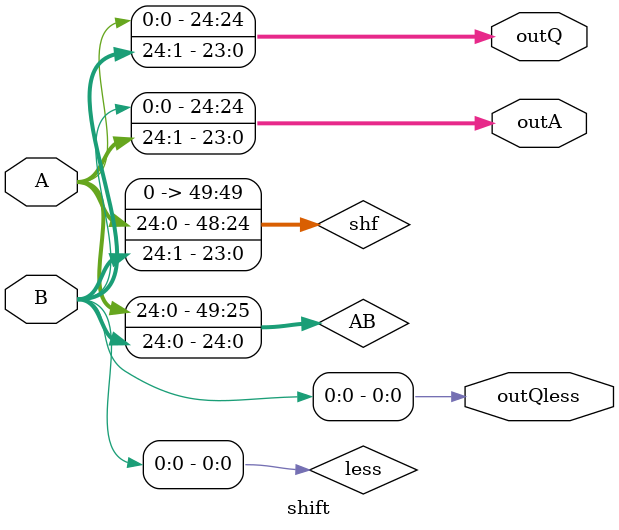
<source format=v>
module shift (A,B, outA,outQ, outQless);
	input [24:0] A;
	input [24:0] B;
	output [24:0] outA, outQ;
	output outQless;
	wire [49:0]AB , shf;
	wire less ;
	assign AB = {A,B};
	assign less=AB[0];
	assign shf = AB>>1;
	assign outA={less,shf[48:25]};
	assign outQ=shf[24:0];
	assign outQless=less;
endmodule

</source>
